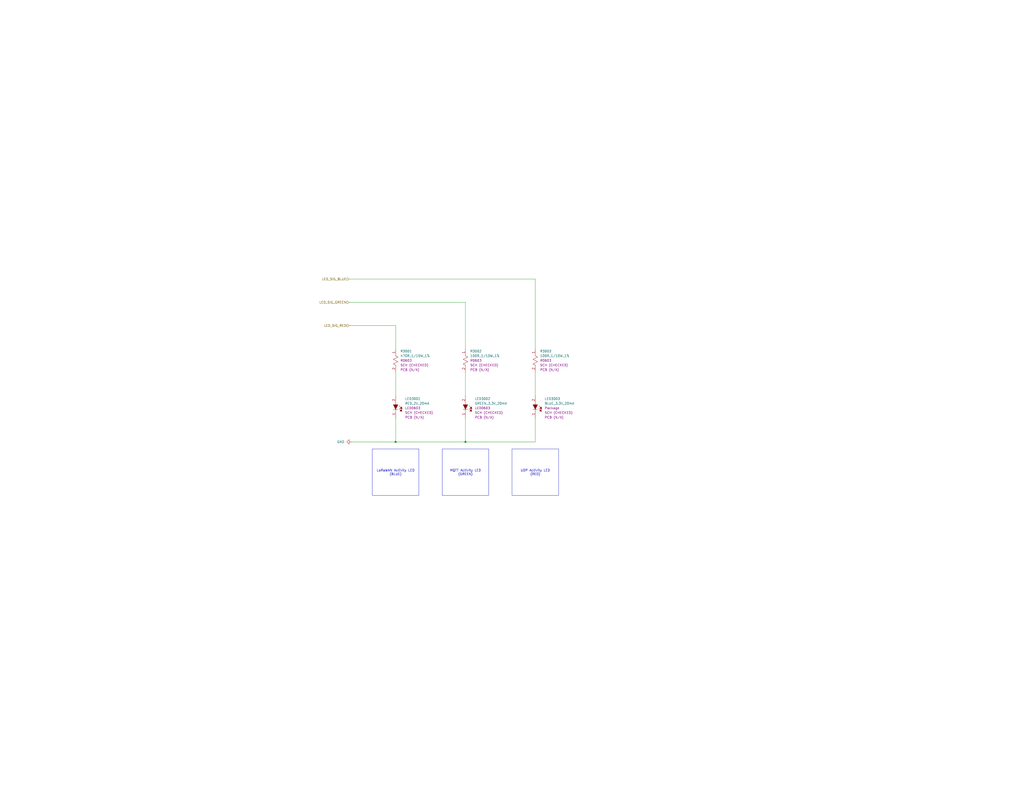
<source format=kicad_sch>
(kicad_sch (version 20231120) (generator "eeschema") (generator_version "8.0")
  (paper "C")
  (title_block (title "Quadcopter") (date "2024-03-18") (rev "01") (company "Mend0z0") (comment 1 "01") (comment 2 "CHECKED") (comment 3 "Siavash Taher Parvar") (comment 8 "N/A") (comment 9 "First Version"))
  (lib_symbols
    (symbol "_SCHLIB_Qcopter:DIODE_LED_BLUE_3.3V_20mA_470nm_LED0603"
      (property "Reference" "LED" (at 3.556 5.08 0))
      (property "Value" "BLUE_3.3V_20mA" (at 3.81 7.62 0))
      (property "Package" "Package" (at 3.556 36.322 0))
      (property "SCH CHECK" "SCH (CHECKED)" (at 3.556 30.988 0))
      (property "PCB CHECK" "PCB (N/A)" (at 3.556 33.528 0))
      (symbol "DIODE_LED_BLUE_3.3V_20mA_470nm_LED0603_0_1"
        (polyline (pts (xy 5.588 1.905) (xy 6.604 2.794)))
        (polyline (pts (xy 7.239 1.905) (xy 8.001 2.667)))
        (polyline (pts (xy 7.62 -1.27) (xy 7.62 1.27)))
        (polyline (pts (xy 5.08 1.27) (xy 5.08 -1.27) (xy 7.62 0) (xy 5.08 1.27)) (fill (type outline)))
        (polyline (pts (xy 6.223 3.302) (xy 7.112 2.413) (xy 7.366 3.556) (xy 6.223 3.302)) (fill (type outline)))
        (polyline (pts (xy 7.62 3.175) (xy 8.509 2.286) (xy 8.763 3.429) (xy 7.62 3.175)) (fill (type outline)))
      )
      (symbol "DIODE_LED_BLUE_3.3V_20mA_470nm_LED0603_1_1"
        (pin passive line (at 12.7 0 180) (length 5.08) (name "") (number "1"))
        (pin passive line (at 0 0 0) (length 5.08) (name "") (number "2"))
      )
    )
    (symbol "_SCHLIB_Qcopter:DIODE_LED_GREEN_3.3V_20mA_525nm_LED0603"
      (property "Reference" "LED" (at 3.556 5.08 0))
      (property "Value" "GREEN_3.3V_20mA" (at 3.81 7.62 0))
      (property "Package" "LED0603" (at 3.81 36.322 0))
      (property "SCH CHECK" "SCH (CHECKED)" (at 3.81 30.988 0))
      (property "PCB CHECK" "PCB (N/A)" (at 3.81 33.528 0))
      (symbol "DIODE_LED_GREEN_3.3V_20mA_525nm_LED0603_0_1"
        (polyline (pts (xy 5.588 1.905) (xy 6.604 2.794)))
        (polyline (pts (xy 7.239 1.905) (xy 8.001 2.667)))
        (polyline (pts (xy 7.62 -1.27) (xy 7.62 1.27)))
        (polyline (pts (xy 5.08 1.27) (xy 5.08 -1.27) (xy 7.62 0) (xy 5.08 1.27)) (fill (type outline)))
        (polyline (pts (xy 6.223 3.302) (xy 7.112 2.413) (xy 7.366 3.556) (xy 6.223 3.302)) (fill (type outline)))
        (polyline (pts (xy 7.62 3.175) (xy 8.509 2.286) (xy 8.763 3.429) (xy 7.62 3.175)) (fill (type outline)))
      )
      (symbol "DIODE_LED_GREEN_3.3V_20mA_525nm_LED0603_1_1"
        (pin passive line (at 12.7 0 180) (length 5.08) (name "") (number "1"))
        (pin passive line (at 0 0 0) (length 5.08) (name "") (number "2"))
      )
    )
    (symbol "_SCHLIB_Qcopter:DIODE_LED_RED_2V_20mA_624nm_LED0603"
      (property "Reference" "LED" (at 3.556 5.08 0))
      (property "Value" "RED_2V_20mA" (at 3.81 7.62 0))
      (property "Package" "LED0603" (at 3.81 36.322 0))
      (property "SCH CHECK" "SCH (CHECKED)" (at 3.81 30.988 0))
      (property "PCB CHECK" "PCB (N/A)" (at 3.81 33.528 0))
      (symbol "DIODE_LED_RED_2V_20mA_624nm_LED0603_0_1"
        (polyline (pts (xy 5.588 1.905) (xy 6.604 2.794)))
        (polyline (pts (xy 7.239 1.905) (xy 8.001 2.667)))
        (polyline (pts (xy 7.62 -1.27) (xy 7.62 1.27)))
        (polyline (pts (xy 5.08 1.27) (xy 5.08 -1.27) (xy 7.62 0) (xy 5.08 1.27)) (fill (type outline)))
        (polyline (pts (xy 6.223 3.302) (xy 7.112 2.413) (xy 7.366 3.556) (xy 6.223 3.302)) (fill (type outline)))
        (polyline (pts (xy 7.62 3.175) (xy 8.509 2.286) (xy 8.763 3.429) (xy 7.62 3.175)) (fill (type outline)))
      )
      (symbol "DIODE_LED_RED_2V_20mA_624nm_LED0603_1_1"
        (pin passive line (at 12.7 0 180) (length 5.08) (name "") (number "1"))
        (pin passive line (at 0 0 0) (length 5.08) (name "") (number "2"))
      )
    )
    (symbol "_SCHLIB_Qcopter:RES_100R_1/10W_1%_R0603"
      (property "Reference" "R" (at 3.556 4.064 0))
      (property "Value" "100R_1/10W_1%" (at 3.556 6.604 0))
      (property "Package" "R0603" (at 3.81 35.306 0))
      (property "SCH CHECK" "SCH (CHECKED)" (at 3.81 29.972 0))
      (property "PCB CHECK" "PCB (N/A)" (at 3.81 32.512 0))
      (symbol "RES_100R_1/10W_1%_R0603_0_0"
        (polyline (pts (xy 3.81 0) (xy 4.445 1.27) (xy 5.715 -1.27) (xy 6.985 1.27) (xy 8.255 -1.27) (xy 8.89 0)))
      )
      (symbol "RES_100R_1/10W_1%_R0603_1_1"
        (pin passive line (at 0 0 0) (length 3.81) (name "") (number "1"))
        (pin passive line (at 12.7 0 180) (length 3.81) (name "") (number "2"))
      )
    )
    (symbol "_SCHLIB_Qcopter:RES_470R_1/10W_1%_R0603"
      (property "Reference" "R" (at 3.556 4.064 0))
      (property "Value" "470R_1/10W_1%" (at 3.81 6.604 0))
      (property "Package" "R0603" (at 3.81 35.306 0))
      (property "SCH CHECK" "SCH (CHECKED)" (at 3.81 29.972 0))
      (property "PCB CHECK" "PCB (N/A)" (at 3.81 32.512 0))
      (symbol "RES_470R_1/10W_1%_R0603_0_0"
        (polyline (pts (xy 3.81 0) (xy 4.445 1.27) (xy 5.715 -1.27) (xy 6.985 1.27) (xy 8.255 -1.27) (xy 8.89 0)))
      )
      (symbol "RES_470R_1/10W_1%_R0603_1_1"
        (pin passive line (at 0 0 0) (length 3.81) (name "") (number "1"))
        (pin passive line (at 12.7 0 180) (length 3.81) (name "") (number "2"))
      )
    )
    (symbol "power:GND" (power) (pin_numbers hide) (pin_names (offset 0) hide)
      (property "Value" "GND" (at 0 -3.81 0))
      (symbol "GND_0_1"
        (polyline (pts (xy 0 0) (xy 0 -1.27) (xy 1.27 -1.27) (xy 0 -2.54) (xy -1.27 -1.27) (xy 0 -1.27)))
      )
      (symbol "GND_1_1"
        (pin power_in line (at 0 0 270) (length 0) (name "~") (number "1"))
      )
    )
  )
  (junction (at 215.9 241.3))
  (junction (at 254 241.3))
  (wire (pts (xy 254 228.6) (xy 254 241.3)))
  (wire (pts (xy 254 165.1) (xy 254 190.5)))
  (wire (pts (xy 190.5 152.4) (xy 292.1 152.4)))
  (wire (pts (xy 191.77 241.3) (xy 215.9 241.3)))
  (wire (pts (xy 190.5 165.1) (xy 254 165.1)))
  (wire (pts (xy 215.9 203.2) (xy 215.9 215.9)))
  (wire (pts (xy 254 203.2) (xy 254 215.9)))
  (wire (pts (xy 215.9 228.6) (xy 215.9 241.3)))
  (wire (pts (xy 292.1 203.2) (xy 292.1 215.9)))
  (wire (pts (xy 215.9 177.8) (xy 215.9 190.5)))
  (wire (pts (xy 292.1 241.3) (xy 292.1 228.6)))
  (wire (pts (xy 215.9 241.3) (xy 254 241.3)))
  (wire (pts (xy 292.1 152.4) (xy 292.1 190.5)))
  (wire (pts (xy 190.5 177.8) (xy 215.9 177.8)))
  (wire (pts (xy 254 241.3) (xy 292.1 241.3)))
  (text_box "MQTT Activity LED\n(GREEN)" (at 241.3 245.11 0) (size 25.4 25.4) (effects (font (size 1.27 1.27))))
  (text_box "LoRaWAN Activity LED\n(BLUE)" (at 203.2 245.11 0) (size 25.4 25.4) (effects (font (size 1.27 1.27))))
  (text_box "UDP Activity LED\n(RED)" (at 279.4 245.11 0) (size 25.4 25.4) (effects (font (size 1.27 1.27))))
  (hierarchical_label "LED_SIG_BLUE" (shape input) (at 190.5 152.4 180))
  (hierarchical_label "LED_SIG_GREEN" (shape input) (at 190.5 165.1 180))
  (hierarchical_label "LED_SIG_RED" (shape input) (at 190.5 177.8 180))
  (symbol (lib_id "_SCHLIB_Qcopter:DIODE_LED_BLUE_3.3V_20mA_470nm_LED0603") (at 292.1 215.9 270) (unit 1)
    (property "Reference" "LED3003" (at 297.18 217.7414 90) (effects (justify left)))
    (property "Value" "BLUE_3.3V_20mA" (at 297.18 220.2814 90) (effects (justify left)))
    (property "Footprint" "LED_SMD:LED_0603_1608Metric" (effects (hide yes)))
    (property "Datasheet" "https://mm.digikey.com/Volume0/opasdata/d220001/medias/docus/3629/B1931NB--20C007614U1930.pdf" (effects (hide yes)))
    (property "Description" "Blue 470nm LED Indication - Discrete 3.3V 0603 (1608 Metric)" (effects (hide yes)))
    (property "Package" "Package" (at 297.18 222.8214 90) (effects (justify left)))
    (property "Part Number (Manufacturer)" "B1931NB--20C007614U1930" (effects (hide yes)))
    (property "Manufacturer" "B1931NB--20C007614U1930" (effects (hide yes)))
    (property "Part Number (Vendor)" "3147-B1931NB--20C007614U1930TR-ND" (effects (hide yes)))
    (property "Vendor" "Digikey" (effects (hide yes)))
    (property "Purchase Link" "https://www.digikey.ca/en/products/detail/harvatek-corporation/B1931NB-20C007614U1930/15861263" (effects (hide yes)))
    (property "SCH CHECK" "SCH (CHECKED)" (at 297.18 225.3614 90) (effects (justify left)))
    (property "PCB CHECK" "PCB (N/A)" (at 297.18 227.9014 90) (effects (justify left)))
  )
  (symbol (lib_id "_SCHLIB_Qcopter:DIODE_LED_GREEN_3.3V_20mA_525nm_LED0603") (at 254 215.9 270) (unit 1)
    (property "Reference" "LED3002" (at 259.08 217.7414 90) (effects (justify left)))
    (property "Value" "GREEN_3.3V_20mA" (at 259.08 220.2814 90) (effects (justify left)))
    (property "Footprint" "LED_SMD:LED_0603_1608Metric" (effects (hide yes)))
    (property "Datasheet" "https://mm.digikey.com/Volume0/opasdata/d220001/medias/docus/3690/B1911NG--20D000214U1930.pdf" (effects (hide yes)))
    (property "Description" "Green 525nm LED Indication - Discrete 3.3V 0603 (1608 Metric)" (effects (hide yes)))
    (property "Package" "LED0603" (at 259.08 222.8214 90) (effects (justify left)))
    (property "Part Number (Manufacturer)" "B1911NG--20D000214U1930" (effects (hide yes)))
    (property "Manufacturer" "Harvatek Corporation" (effects (hide yes)))
    (property "Part Number (Vendor)" "3147-B1911NG--20D000214U1930TR-ND" (effects (hide yes)))
    (property "Vendor" "Digikey" (effects (hide yes)))
    (property "Purchase Link" "https://www.digikey.ca/en/products/detail/harvatek-corporation/B1911NG-20D000214U1930/15519989" (effects (hide yes)))
    (property "SCH CHECK" "SCH (CHECKED)" (at 259.08 225.3614 90) (effects (justify left)))
    (property "PCB CHECK" "PCB (N/A)" (at 259.08 227.9014 90) (effects (justify left)))
  )
  (symbol (lib_id "power:GND") (at 191.77 241.3 270) (unit 1)
    (property "Reference" "#PWR03001" (effects (hide yes)))
    (property "Value" "GND" (at 187.96 241.2999 90) (effects (justify right)))
    (property "Description" "Power symbol creates a global label with name \"GND\" , ground" (effects (hide yes)))
  )
  (symbol (lib_id "_SCHLIB_Qcopter:DIODE_LED_RED_2V_20mA_624nm_LED0603") (at 215.9 215.9 270) (unit 1)
    (property "Reference" "LED3001" (at 220.98 217.7414 90) (effects (justify left)))
    (property "Value" "RED_2V_20mA" (at 220.98 220.2814 90) (effects (justify left)))
    (property "Footprint" "LED_SMD:LED_0603_1608Metric" (effects (hide yes)))
    (property "Datasheet" "https://mm.digikey.com/Volume0/opasdata/d220001/medias/docus/3777/B1931USD-20D000814U1930.pdf" (effects (hide yes)))
    (property "Description" "Red 624nm LED Indication - Discrete 2V 0603 (1608 Metric)" (effects (hide yes)))
    (property "Package" "LED0603" (at 220.98 222.8214 90) (effects (justify left)))
    (property "Part Number (Manufacturer)" "B1931USD-20D000814U1930" (effects (hide yes)))
    (property "Manufacturer" "Harvatek Corporation" (effects (hide yes)))
    (property "Part Number (Vendor)" "3147-B1931USD-20D000814U1930TR-ND" (effects (hide yes)))
    (property "Vendor" "Digikey" (effects (hide yes)))
    (property "Purchase Link" "https://www.digikey.ca/en/products/detail/harvatek-corporation/B1931USD-20D000814U1930/15861265" (effects (hide yes)))
    (property "SCH CHECK" "SCH (CHECKED)" (at 220.98 225.3614 90) (effects (justify left)))
    (property "PCB CHECK" "PCB (N/A)" (at 220.98 227.9014 90) (effects (justify left)))
  )
  (symbol (lib_id "_SCHLIB_Qcopter:RES_100R_1/10W_1%_R0603") (at 254 190.5 270) (unit 1)
    (property "Reference" "R3002" (at 256.54 191.7699 90) (effects (justify left)))
    (property "Value" "100R_1/10W_1%" (at 256.54 194.3099 90) (effects (justify left)))
    (property "Footprint" "Resistor_SMD:R_0603_1608Metric" (effects (hide yes)))
    (property "Datasheet" "https://www.seielect.com/catalog/sei-rmcf_rmcp.pdf" (effects (hide yes)))
    (property "Description" "100 Ohms ±1% 0.1W, 1/10W Chip Resistor 0603 (1608 Metric) Automotive AEC-Q200 Thick Film" (effects (hide yes)))
    (property "Package" "R0603" (at 256.54 196.8499 90) (effects (justify left)))
    (property "Part Number (Manufacturer)" "RMCF0603FT100R" (effects (hide yes)))
    (property "Manufacturer" "Stackpole Electronics Inc" (effects (hide yes)))
    (property "Part Number (Vendor)" "RMCF0603FT100RTR-ND" (effects (hide yes)))
    (property "Vendor" "Digikey" (effects (hide yes)))
    (property "Purchase Link" "https://www.digikey.ca/en/products/detail/stackpole-electronics-inc/RMCF0603FT100R/1761113" (effects (hide yes)))
    (property "SCH CHECK" "SCH (CHECKED)" (at 256.54 199.3899 90) (effects (justify left)))
    (property "PCB CHECK" "PCB (N/A)" (at 256.54 201.9299 90) (effects (justify left)))
  )
  (symbol (lib_id "_SCHLIB_Qcopter:RES_100R_1/10W_1%_R0603") (at 292.1 190.5 270) (unit 1)
    (property "Reference" "R3003" (at 294.64 191.7699 90) (effects (justify left)))
    (property "Value" "100R_1/10W_1%" (at 294.64 194.3099 90) (effects (justify left)))
    (property "Footprint" "Resistor_SMD:R_0603_1608Metric" (effects (hide yes)))
    (property "Datasheet" "https://www.seielect.com/catalog/sei-rmcf_rmcp.pdf" (effects (hide yes)))
    (property "Description" "100 Ohms ±1% 0.1W, 1/10W Chip Resistor 0603 (1608 Metric) Automotive AEC-Q200 Thick Film" (effects (hide yes)))
    (property "Package" "R0603" (at 294.64 196.8499 90) (effects (justify left)))
    (property "Part Number (Manufacturer)" "RMCF0603FT100R" (effects (hide yes)))
    (property "Manufacturer" "Stackpole Electronics Inc" (effects (hide yes)))
    (property "Part Number (Vendor)" "RMCF0603FT100RTR-ND" (effects (hide yes)))
    (property "Vendor" "Digikey" (effects (hide yes)))
    (property "Purchase Link" "https://www.digikey.ca/en/products/detail/stackpole-electronics-inc/RMCF0603FT100R/1761113" (effects (hide yes)))
    (property "SCH CHECK" "SCH (CHECKED)" (at 294.64 199.3899 90) (effects (justify left)))
    (property "PCB CHECK" "PCB (N/A)" (at 294.64 201.9299 90) (effects (justify left)))
  )
  (symbol (lib_id "_SCHLIB_Qcopter:RES_470R_1/10W_1%_R0603") (at 215.9 190.5 270) (unit 1)
    (property "Reference" "R3001" (at 218.44 191.7699 90) (effects (justify left)))
    (property "Value" "470R_1/10W_1%" (at 218.44 194.3099 90) (effects (justify left)))
    (property "Footprint" "Resistor_SMD:R_0603_1608Metric" (effects (hide yes)))
    (property "Datasheet" "https://www.te.com/usa-en/product-2-2176339-1.datasheet.pdf" (effects (hide yes)))
    (property "Description" "470 Ohms ±1% 0.1W, 1/10W Chip Resistor 0603 (1608 Metric) Automotive AEC-Q200, Moisture Resistant Thick Film" (effects (hide yes)))
    (property "Package" "R0603" (at 218.44 196.8499 90) (effects (justify left)))
    (property "Part Number (Manufacturer)" "CRGCQ0603F470R" (effects (hide yes)))
    (property "Manufacturer" "TE Connectivity Passive Product" (effects (hide yes)))
    (property "Part Number (Vendor)" "A129684TR-ND" (effects (hide yes)))
    (property "Vendor" "Digikey" (effects (hide yes)))
    (property "Purchase Link" "https://www.digikey.ca/en/products/detail/te-connectivity-passive-product/CRGCQ0603F470R/8576286" (effects (hide yes)))
    (property "SCH CHECK" "SCH (CHECKED)" (at 218.44 199.3899 90) (effects (justify left)))
    (property "PCB CHECK" "PCB (N/A)" (at 218.44 201.9299 90) (effects (justify left)))
  )
)
</source>
